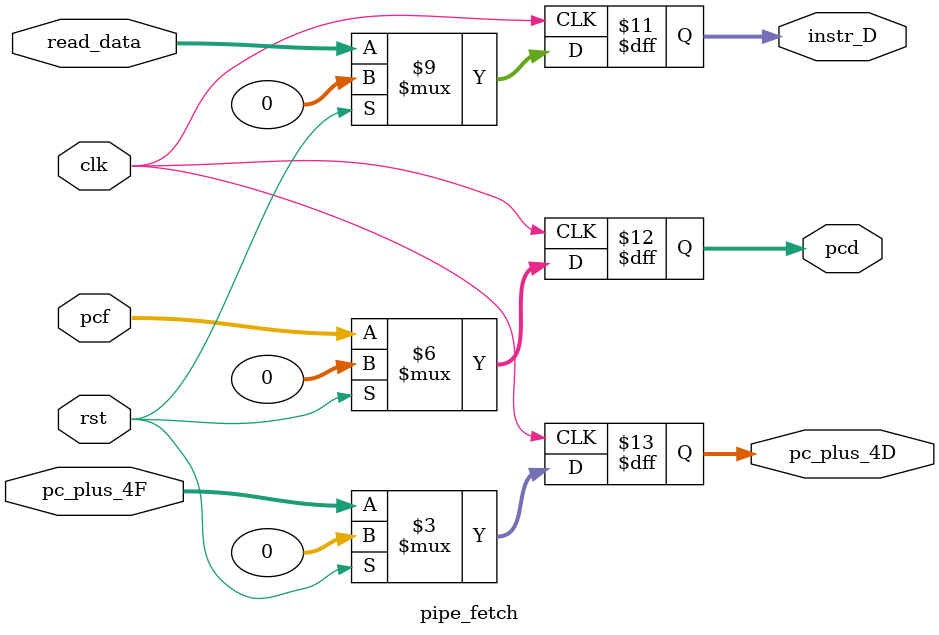
<source format=sv>
module pipe_fetch(
    input logic clk,
    input logic rst,

    input logic [31:0] read_data,
    input logic [31:0] pcf,
    input logic [31:0] pc_plus_4F,

    output logic [31:0] instr_D,
    output logic [31:0] pcd,
    output logic [31:0] pc_plus_4D
);

always_ff @(posedge clk) begin

    if (rst) begin
        instr_D <= 32'd0;
        pcd <= 32'd0;
        pc_plus_4D <= 32'd0;

    end

    else begin
        instr_D <= read_data;
        pcd <= pcf;
        pc_plus_4D <= pc_plus_4F;

    end

end

endmodule

</source>
